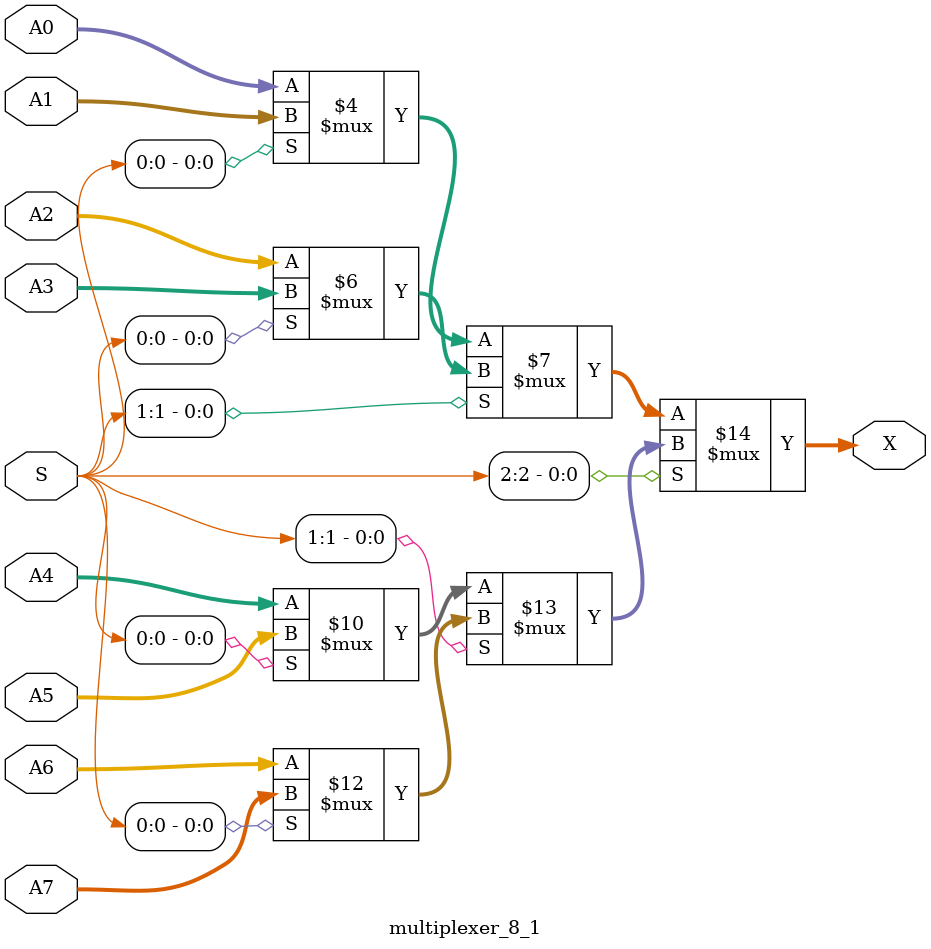
<source format=sv>
module alu(Y, C, V, N, Z, A, B, Op);
   output [15:0] Y;  // Result.
   output 	 C;  // Carry.
   output 	 N;  // Negative.
   output 	 V;  // Overflow.
   output 	 Z;  // Zero.
   input [15:0]  A;  // Operand.
   input [15:0]  B;  // Operand.
   input [2:0] 	 Op; // Operation.

   wire [15:0] 	 AS, And, Or, Xor, Not;
   wire 	 s; 
   wire 	 Vas;
   wire 	 Cas;
   
   // The operations
   carry_select_adder_subtractor addsub(AS, Cas, Vas, A, B, Op[0]);      // Op == 3'b000, 3'b001
   andop aluand(And, A, B);                                              // Op == 3'b010
   orop aluor(Or, A, B);                                                 // Op == 3'b011
   xorop aluxor(Xor, A, B);                                              // Op == 3'b100
   notop alunot(Not, A);                                                 // Op == 3'b101
   multiplexer_8_1 muxy(Y, AS, AS, And, Or, Xor, Not, 16'b0, 16'b0, Op); // Select the result.

   nor(s, Op[1], Op[2]);   // s == 0 => a logical operation, otherwise and arithmetic operation.
   and(C, Cas, s);
   and(V, Vas, s);
   and(N, Y[15], s);       // Most significant bit is the sign bit in 2's complement.   
   zero z(Z, Y);           // All operations can set the Zero status bit.
endmodule // alu

module andop(Y, A, B);
   output [15:0] Y;  // Result.
   input [15:0]  A;  // Operand.
   input [15:0]  B;  // Operand.

   and(Y[0], A[0], B[0]);
   and(Y[1], A[1], B[1]);
   and(Y[2], A[2], B[2]);
   and(Y[3], A[3], B[3]);
   and(Y[4], A[4], B[4]);
   and(Y[5], A[5], B[5]);
   and(Y[6], A[6], B[6]);
   and(Y[7], A[7], B[7]);
   and(Y[8], A[8], B[8]);
   and(Y[9], A[9], B[9]);
   and(Y[10], A[10], B[10]);
   and(Y[11], A[11], B[11]);
   and(Y[12], A[12], B[12]);
   and(Y[13], A[13], B[13]);
   and(Y[14], A[14], B[14]);
   and(Y[15], A[15], B[15]);
endmodule // andop

module orop(Y, A, B);
   output [15:0] Y; // Result.
   input [15:0]  A; // Operand.
   input [15:0]  B; // Operand.

   or(Y[0], A[0], B[0]);
   or(Y[1], A[1], B[1]);
   or(Y[2], A[2], B[2]);
   or(Y[3], A[3], B[3]);
   or(Y[4], A[4], B[4]);
   or(Y[5], A[5], B[5]);
   or(Y[6], A[6], B[6]);
   or(Y[7], A[7], B[7]);
   or(Y[8], A[8], B[8]);
   or(Y[9], A[9], B[9]);
   or(Y[10], A[10], B[10]);
   or(Y[11], A[11], B[11]);
   or(Y[12], A[12], B[12]);
   or(Y[13], A[13], B[13]);
   or(Y[14], A[14], B[14]);
   or(Y[15], A[15], B[15]);
endmodule // orop

module xorop(Y, A, B);
   output [15:0] Y; // Result.
   input [15:0]  A; // Operand.
   input [15:0]  B; // Operand.

   xor(Y[0], A[0], B[0]);
   xor(Y[1], A[1], B[1]);
   xor(Y[2], A[2], B[2]);
   xor(Y[3], A[3], B[3]);
   xor(Y[4], A[4], B[4]);
   xor(Y[5], A[5], B[5]);
   xor(Y[6], A[6], B[6]);
   xor(Y[7], A[7], B[7]);
   xor(Y[8], A[8], B[8]);
   xor(Y[9], A[9], B[9]);
   xor(Y[10], A[10], B[10]);
   xor(Y[11], A[11], B[11]);
   xor(Y[12], A[12], B[12]);
   xor(Y[13], A[13], B[13]);
   xor(Y[14], A[14], B[14]);
   xor(Y[15], A[15], B[15]);
endmodule // xorop

module notop(Y, A);
   output [15:0] Y; // Result.
   input [15:0]  A; // Operand.

   not(Y[0], A[0]);
   not(Y[1], A[1]);
   not(Y[2], A[2]);
   not(Y[3], A[3]);
   not(Y[4], A[4]);
   not(Y[5], A[5]);
   not(Y[6], A[6]);
   not(Y[7], A[7]);
   not(Y[8], A[8]);
   not(Y[9], A[9]);
   not(Y[10], A[10]);
   not(Y[11], A[11]);
   not(Y[12], A[12]);
   not(Y[13], A[13]);
   not(Y[14], A[14]);
   not(Y[15], A[15]);
endmodule // notop

module zero(Z, A);
   output Z;        // Result. 
   input [15:0]  A; // Operand.

   wire [15:0] 	 Y; // Temp result.
   
   xnor(Y[0], A[0], 0);
   xnor(Y[1], A[1], 0);
   xnor(Y[2], A[2], 0);
   xnor(Y[3], A[3], 0);
   xnor(Y[4], A[4], 0);
   xnor(Y[5], A[5], 0);
   xnor(Y[6], A[6], 0);
   xnor(Y[7], A[7], 0);
   xnor(Y[8], A[8], 0);
   xnor(Y[9], A[9], 0);
   xnor(Y[10], A[10], 0);
   xnor(Y[11], A[11], 0);
   xnor(Y[12], A[12], 0);
   xnor(Y[13], A[13], 0);
   xnor(Y[14], A[14], 0);
   xnor(Y[15], A[15], 0);
   and(Z, Y[0], Y[1], Y[2], Y[3], Y[4],
       Y[5], Y[6], Y[7], Y[8],
       Y[9], Y[10], Y[11], Y[12],
       Y[13], Y[14], Y[15]);
endmodule // zero
      
module carry_select_adder_subtractor(S, C, V, A, B, Op);
   output [15:0] S;   // The 16-bit sum/difference.
   output 	 C;   // The 1-bit carry/borrow status.
   output 	 V;   // The 1-bit overflow status.
   input [15:0]  A;   // The 16-bit augend/minuend.
   input [15:0]  B;   // The 16-bit addend/subtrahend.
   input 	 Op;  // The operation: 0 => Add, 1=>Subtract.
   
   wire 	 C15; // The carry out bit of adder/subtractor, used to generate final carry/borrrow.   
   wire [15:0] 	 Bx;
   
   // Looking at the truth table for not we see that  
   // B xor 0 = B, and
   // B xor 1 = not(B).
   // So, if Op==1 means we are subtracting, then
   // adding A and B xor Op alog with setting the first
   // carry bit to Op, will give us a result of
   // A+B when Op==0, and A+not(B)+1 when Op==1.
   // Note that not(B)+1 is the 2's complement of B, so
   // this gives us subtraction.     
   xor(Bx[0], B[0], Op);
   xor(Bx[1], B[1], Op);
   xor(Bx[2], B[2], Op);
   xor(Bx[3], B[3], Op);
   xor(Bx[4], B[4], Op);
   xor(Bx[5], B[5], Op);
   xor(Bx[6], B[6], Op);
   xor(Bx[7], B[7], Op);
   xor(Bx[8], B[8], Op);
   xor(Bx[9], B[9], Op);
   xor(Bx[10], B[10], Op);
   xor(Bx[11], B[11], Op);
   xor(Bx[12], B[12], Op);
   xor(Bx[13], B[13], Op);
   xor(Bx[14], B[14], Op);
   xor(Bx[15], B[15], Op);
   xor(C, C15, Op);            // Carry = C15 for addition, Carry = not(C15) for subtraction.
   carry_select_adder csa(S, C15, V, A, Bx, Op);   
endmodule // carry_select_adder_subtractor

module carry_select_adder(S, C, V, A, B, Cin);
   output [15:0] S;   // The 16-bit sum.
   output 	 C;   // The 1-bit carry.
   output 	 V;   // The 1-bit overflow status.
   input [15:0]  A;   // The 16-bit augend.
   input [15:0]  B;   // The 16-bit addend.
   input 	 Cin; // The initial carry in.

   wire [3:0] 	S1_0;   // Nibble 1 sum output with carry input 0.
   wire [3:0] 	S1_1;   // Nibble 1 sum output with carry input 1.
   wire [3:0] 	S2_0;   // Nibble 2 sum output with carry input 0.
   wire [3:0] 	S2_1;   // Nibble 2 sum output with carry input 1.
   wire [3:0] 	S3_0;   // Nibble 3 sum output with carry input 0.
   wire [3:0] 	S3_1;   // Nibble 3 sum output with carry input 1.
   wire 	C1_0;   // Nibble 1 carry output with carry input 0.
   wire 	C1_1;   // Nibble 1 carry output with carry input 1.
   wire 	C2_0;   // Nibble 2 carry output with carry input 0.
   wire 	C2_1;   // Nibble 2 carry output with carry input 1.
   wire 	C3_0;   // Nibble 3 carry output with carry input 0.
   wire 	C3_1;   // Nibble 3 carry output with carry input 1.
   wire 	C0;     // Nibble 0 carry output used to select multiplexer output.
   wire 	C1;     // Nibble 1 carry output used to select multiplexer output.
   wire 	C2;     // Nibble 2 carry output used to select multiplexer output.
   wire         V0;     // Nibble 0 overflow output.
   wire 	V1_0;   // Nibble 1 overflow output with carry input 0.
   wire 	V1_1;   // Nibble 1 overflow output with carry input 1.
   wire 	V2_0;   // Nibble 2 overflow output with carry input 0.
   wire 	V2_1;   // Nibble 2 overflow output with carry input 1.
   wire 	V3_0;   // Nibble 3 overflow output with carry input 0.
   wire 	V3_1;   // Nibble 3 overflow output with carry input 1.
   
   ripple_carry_adder rc_nibble_0(S[3:0], C0, V0, A[3:0], B[3:0], Cin);          // Calculate S nibble 0.
   ripple_carry_adder rc_nibble_1_carry_0(S1_0, C1_0, V1_0, A[7:4], B[7:4], 0);      // Calculate S nibble 1 with carry input 0.
   ripple_carry_adder rc_nibble_1_carry_1(S1_1, C1_1, V1_1, A[7:4], B[7:4], 1);      // Calculate S nibble 1 with carry input 1.
   ripple_carry_adder rc_nibble_2_carry_0(S2_0, C2_0, V2_0, A[11:8], B[11:8], 0);    // Calculate S nibble 2 with carry input 0.
   ripple_carry_adder rc_nibble_2_carry_1(S2_1, C2_1, V2_1, A[11:8], B[11:8], 1);    // Calculate S nibble 2 with carry input 1.
   ripple_carry_adder rc_nibble_3_carry_0(S3_0, C3_0, V3_0, A[15:12], B[15:12], 0);  // Calculate S nibble 3 with carry input 0.
   ripple_carry_adder rc_nibble_3_carry_1(S3_1, C3_1, V3_1, A[15:12], B[15:12], 1);  // Calculate S nibble 3 with carry input 1.

   multiplexer_2_1 #(1) muxc1(C1, C1_0, C1_1, C0); // C0 selects the carry output for nibble 1.
   multiplexer_2_1 #(1) muxc2(C2, C2_0, C2_1, C1); // C1 selects the carry output for nibble 2.
   multiplexer_2_1 #(1) muxc(C, C3_0, C3_1, C2);   // C2 selects the carry output for nibble 3 which is the global carry output.
   multiplexer_2_1 #(1) muxv(V, V3_0, V3_1, C2);   // C2 selects the overflow output for nibble 3 which is the global overflow output.
   
   multiplexer_2_1 #(4) muxs1(S[7:4], S1_0, S1_1, C0);    // C0 selects the result for nibble 1.
   multiplexer_2_1 #(4) muxs2(S[11:8], S2_0, S2_1, C1);   // C1 selects the result for nibble 2.
   multiplexer_2_1 #(4) muxs3(S[15:12], S3_0, S3_1, C2);  // C2 selects the result for nibble 3.
endmodule // carry_select_adder

module ripple_carry_adder(S, C, V, A, B, Cin);
   output [3:0] S;   // The 4-bit sum.
   output 	C;   // The 1-bit carry.
   output       V;   // The 1-bit overflow status.   
   input [3:0] 	A;   // The 4-bit augend.
   input [3:0] 	B;   // The 4-bit addend.
   input 	Cin; // The carry input.
 	
   wire 	C0; // The carry out bit of fa0, the carry in bit of fa1.
   wire 	C1; // The carry out bit of fa1, the carry in bit of fa2.
   wire 	C2; // The carry out bit of fa2, the carry in bit of fa3.
	
   full_adder fa0(S[0], C0, A[0], B[0], Cin);    // Least significant bit.
   full_adder fa1(S[1], C1, A[1], B[1], C0);
   full_adder fa2(S[2], C2, A[2], B[2], C1);
   full_adder fa3(S[3], C, A[3], B[3], C2);    // Most significant bit.
   xor(V, C, C2);  // Overflow   
endmodule // ripple_carry_adder

module full_adder(S, Cout, A, B, Cin);
   output S;
   output Cout;
   input  A;
   input  B;
   input  Cin;
   
   wire   w1;
   wire   w2;
   wire   w3;
   wire   w4;
   
   xor(w1, A, B);
   xor(S, Cin, w1);
   and(w2, A, B);   
   and(w3, A, Cin);
   and(w4, B, Cin);   
   or(Cout, w2, w3, w4);
endmodule // full_adder

module multiplexer_2_1(X, A0, A1, S);
   parameter WIDTH=16;     // How many bits wide are the lines

   output [WIDTH-1:0] X;   // The output line

   input [WIDTH-1:0]  A1;  // Input line with id 1'b1
   input [WIDTH-1:0]  A0;  // Input line with id 1'b0
   input 	      S;  // Selection bit
   
   assign X = (S == 1'b0) ? A0 : A1;
endmodule // multiplexer_2_1

module multiplexer_8_1(X, A0, A1, A2, A3, A4, A5, A6, A7, S);
   parameter WIDTH=16;     // How many bits wide are the lines

   output [WIDTH-1:0] X;   // The output line

   input [WIDTH-1:0]  A7;  // Input line with id 3'b111
   input [WIDTH-1:0]  A6;  // Input line with id 3'b110
   input [WIDTH-1:0]  A5;  // Input line with id 3'b101
   input [WIDTH-1:0]  A4;  // Input line with id 3'b100
   input [WIDTH-1:0]  A3;  // Input line with id 3'b011
   input [WIDTH-1:0]  A2;  // Input line with id 3'b010
   input [WIDTH-1:0]  A1;  // Input line with id 3'b001
   input [WIDTH-1:0]  A0;  // Input line with id 3'b000
   input [2:0]	      S;   

   assign X = (S[2] == 0 
	       ? (S[1] == 0 
		  ? (S[0] == 0 
		     ? A0       // {S2,S1,S0} = 3'b000
		     : A1)      // {S2,S1,S0} = 3'b001
		  : (S[0] == 0 
		     ? A2       // {S2,S1,S0} = 3'b010
		     : A3))     // {S2,S1,S0} = 3'b011
	       : (S[1] == 0 
		  ? (S[0] == 0 
		     ? A4       // {S2,S1,S0} = 3'b100
		     : A5)      // {S2,S1,S0} = 3'b101
		  : (S[0] == 0 
		     ? A6       // {S2,S1,S0} = 3'b110
		     : A7)));   // {S2,S1,S0} = 3'b111
endmodule // multiplexer_8_1

</source>
